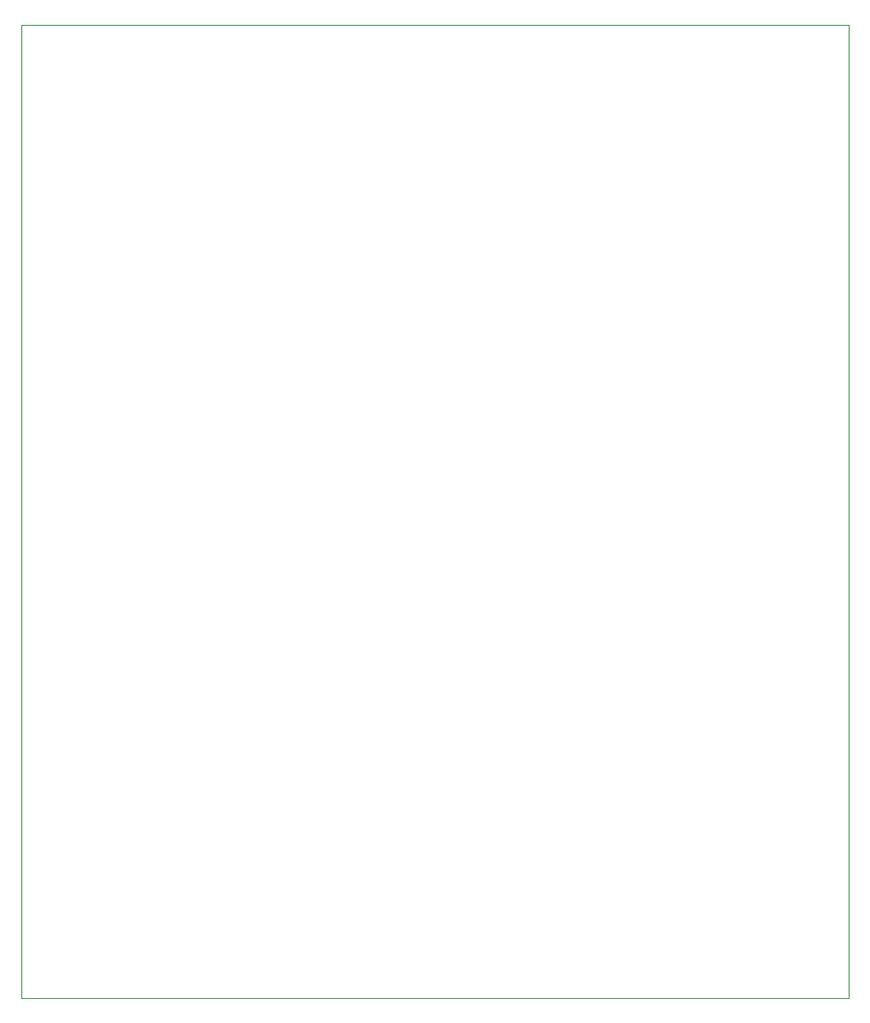
<source format=gm1>
G04 #@! TF.GenerationSoftware,KiCad,Pcbnew,(5.1.0-846-g23d3ccbdc)*
G04 #@! TF.CreationDate,2019-06-03T17:31:47-07:00*
G04 #@! TF.ProjectId,R_Switch,525f5377-6974-4636-982e-6b696361645f,n/c*
G04 #@! TF.SameCoordinates,Original*
G04 #@! TF.FileFunction,Profile,NP*
%FSLAX46Y46*%
G04 Gerber Fmt 4.6, Leading zero omitted, Abs format (unit mm)*
G04 Created by KiCad (PCBNEW (5.1.0-846-g23d3ccbdc)) date 2019-06-03 17:31:47*
%MOMM*%
%LPD*%
G04 APERTURE LIST*
%ADD10C,0.100000*%
G04 APERTURE END LIST*
D10*
X78740000Y-38100000D02*
X157480000Y-38100000D01*
X78740000Y-130810000D02*
X78740000Y-38100000D01*
X157480000Y-130810000D02*
X78740000Y-130810000D01*
X157480000Y-38100000D02*
X157480000Y-130810000D01*
M02*

</source>
